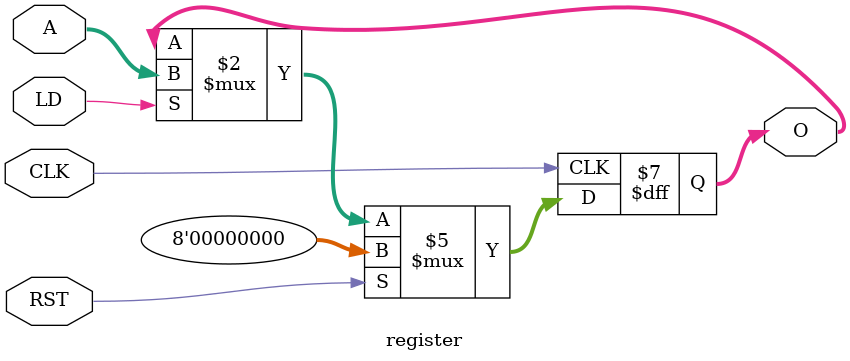
<source format=v>
`timescale 1ns / 1ps


module register(A,LD,CLK,RST,O);
parameter WIDTH = 8;
input [WIDTH-1:0] A;
input LD,CLK,RST;
output reg [WIDTH-1:0] O;
always@(posedge CLK)begin
    if(RST)
        O <= 0;
    else if(LD)
        O <= A;    
end
endmodule

</source>
